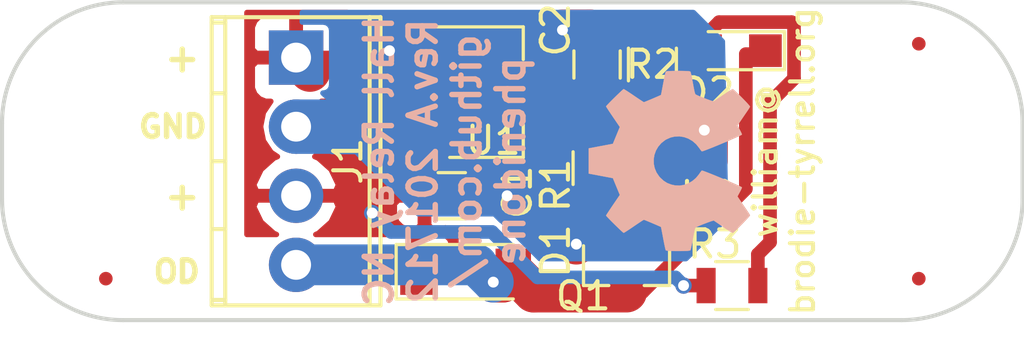
<source format=kicad_pcb>
(kicad_pcb (version 4) (host pcbnew 4.0.5-e0-6337~49~ubuntu15.04.1)

  (general
    (links 24)
    (no_connects 0)
    (area 113.711738 66.345809 153.925 93.698191)
    (thickness 1)
    (drawings 14)
    (tracks 69)
    (zones 0)
    (modules 17)
    (nets 7)
  )

  (page A4)
  (layers
    (0 F.Cu signal)
    (31 B.Cu signal)
    (32 B.Adhes user)
    (33 F.Adhes user)
    (34 B.Paste user)
    (35 F.Paste user)
    (36 B.SilkS user)
    (37 F.SilkS user)
    (38 B.Mask user)
    (39 F.Mask user)
    (40 Dwgs.User user)
    (41 Cmts.User user)
    (42 Eco1.User user)
    (43 Eco2.User user)
    (44 Edge.Cuts user)
    (45 Margin user)
    (46 B.CrtYd user)
    (47 F.CrtYd user)
    (48 B.Fab user)
    (49 F.Fab user hide)
  )

  (setup
    (last_trace_width 0.5)
    (trace_clearance 0.2)
    (zone_clearance 0.2)
    (zone_45_only no)
    (trace_min 0.2)
    (segment_width 1)
    (edge_width 0.15)
    (via_size 0.6)
    (via_drill 0.4)
    (via_min_size 0.4)
    (via_min_drill 0.3)
    (uvia_size 0.3)
    (uvia_drill 0.1)
    (uvias_allowed no)
    (uvia_min_size 0.2)
    (uvia_min_drill 0.1)
    (pcb_text_width 0.3)
    (pcb_text_size 1.5 1.5)
    (mod_edge_width 0.15)
    (mod_text_size 1 1)
    (mod_text_width 0.15)
    (pad_size 1.524 1.524)
    (pad_drill 0.762)
    (pad_to_mask_clearance 0.2)
    (aux_axis_origin 115.57 74.93)
    (grid_origin 115.57 74.93)
    (visible_elements FFFFFF7F)
    (pcbplotparams
      (layerselection 0x010f8_80000001)
      (usegerberextensions false)
      (excludeedgelayer true)
      (linewidth 0.100000)
      (plotframeref false)
      (viasonmask false)
      (mode 1)
      (useauxorigin false)
      (hpglpennumber 1)
      (hpglpenspeed 20)
      (hpglpendiameter 15)
      (hpglpenoverlay 2)
      (psnegative false)
      (psa4output false)
      (plotreference true)
      (plotvalue true)
      (plotinvisibletext false)
      (padsonsilk false)
      (subtractmaskfromsilk false)
      (outputformat 1)
      (mirror false)
      (drillshape 0)
      (scaleselection 1)
      (outputdirectory plot))
  )

  (net 0 "")
  (net 1 /12V)
  (net 2 /GND)
  (net 3 "Net-(C2-Pad1)")
  (net 4 /OD)
  (net 5 "Net-(Q1-Pad1)")
  (net 6 "Net-(D2-Pad2)")

  (net_class Default "This is the default net class."
    (clearance 0.2)
    (trace_width 0.5)
    (via_dia 0.6)
    (via_drill 0.4)
    (uvia_dia 0.3)
    (uvia_drill 0.1)
    (add_net /12V)
    (add_net "Net-(C2-Pad1)")
    (add_net "Net-(D2-Pad2)")
    (add_net "Net-(Q1-Pad1)")
  )

  (net_class PWR ""
    (clearance 0.2)
    (trace_width 1.5)
    (via_dia 0.6)
    (via_drill 0.4)
    (uvia_dia 0.3)
    (uvia_drill 0.1)
    (add_net /GND)
    (add_net /OD)
  )

  (module Resistors_SMD:R_0805 (layer F.Cu) (tedit 58E0A804) (tstamp 5A364001)
    (at 137.414 81.026 270)
    (descr "Resistor SMD 0805, reflow soldering, Vishay (see dcrcw.pdf)")
    (tags "resistor 0805")
    (path /5A362965)
    (attr smd)
    (fp_text reference R1 (at 0.635 1.524 450) (layer F.SilkS)
      (effects (font (size 1 1) (thickness 0.15)))
    )
    (fp_text value 47k (at 0 1.75 270) (layer F.Fab)
      (effects (font (size 1 1) (thickness 0.15)))
    )
    (fp_text user %R (at 0 0 270) (layer F.Fab)
      (effects (font (size 0.5 0.5) (thickness 0.075)))
    )
    (fp_line (start -1 0.62) (end -1 -0.62) (layer F.Fab) (width 0.1))
    (fp_line (start 1 0.62) (end -1 0.62) (layer F.Fab) (width 0.1))
    (fp_line (start 1 -0.62) (end 1 0.62) (layer F.Fab) (width 0.1))
    (fp_line (start -1 -0.62) (end 1 -0.62) (layer F.Fab) (width 0.1))
    (fp_line (start 0.6 0.88) (end -0.6 0.88) (layer F.SilkS) (width 0.12))
    (fp_line (start -0.6 -0.88) (end 0.6 -0.88) (layer F.SilkS) (width 0.12))
    (fp_line (start -1.55 -0.9) (end 1.55 -0.9) (layer F.CrtYd) (width 0.05))
    (fp_line (start -1.55 -0.9) (end -1.55 0.9) (layer F.CrtYd) (width 0.05))
    (fp_line (start 1.55 0.9) (end 1.55 -0.9) (layer F.CrtYd) (width 0.05))
    (fp_line (start 1.55 0.9) (end -1.55 0.9) (layer F.CrtYd) (width 0.05))
    (pad 1 smd rect (at -0.95 0 270) (size 0.7 1.3) (layers F.Cu F.Paste F.Mask)
      (net 3 "Net-(C2-Pad1)"))
    (pad 2 smd rect (at 0.95 0 270) (size 0.7 1.3) (layers F.Cu F.Paste F.Mask)
      (net 5 "Net-(Q1-Pad1)"))
    (model ${KISYS3DMOD}/Resistors_SMD.3dshapes/R_0805.wrl
      (at (xyz 0 0 0))
      (scale (xyz 1 1 1))
      (rotate (xyz 0 0 0))
    )
  )

  (module smd:FID0.5 (layer F.Cu) (tedit 56AB5D7E) (tstamp 5A3687C4)
    (at 119.38 85.09)
    (tags "fid, fiducial")
    (fp_text reference "" (at 0.5 2) (layer F.SilkS)
      (effects (font (size 1 1) (thickness 0.15)))
    )
    (fp_text value "" (at 4.5 -4) (layer F.Fab)
      (effects (font (size 1 1) (thickness 0.15)))
    )
    (pad F smd circle (at 0 0) (size 0.5 0.5) (layers F.Cu F.Mask)
      (solder_mask_margin 1) (clearance 1))
  )

  (module smd:FID0.5 (layer F.Cu) (tedit 56AB5D7E) (tstamp 5A3687BB)
    (at 149.225 85.09)
    (tags "fid, fiducial")
    (fp_text reference "" (at 0.5 2) (layer F.SilkS)
      (effects (font (size 1 1) (thickness 0.15)))
    )
    (fp_text value "" (at 4.5 -4) (layer F.Fab)
      (effects (font (size 1 1) (thickness 0.15)))
    )
    (pad F smd circle (at 0 0) (size 0.5 0.5) (layers F.Cu F.Mask)
      (solder_mask_margin 1) (clearance 1))
  )

  (module pcb:hole3mm (layer F.Cu) (tedit 59EC85B5) (tstamp 5A3682B7)
    (at 149.225 80.772)
    (fp_text reference REF** (at 0 0.5) (layer F.SilkS) hide
      (effects (font (size 1 1) (thickness 0.15)))
    )
    (fp_text value hole3mm (at 0 -2.75) (layer F.Fab) hide
      (effects (font (size 1 1) (thickness 0.15)))
    )
    (pad "" np_thru_hole circle (at 0 0) (size 3.25 3.25) (drill 3.25) (layers *.Cu *.Mask)
      (solder_mask_margin 1.9) (solder_paste_margin 1.9) (clearance 1.9))
  )

  (module Capacitors_SMD:C_0805 (layer F.Cu) (tedit 58AA8463) (tstamp 5A363F9A)
    (at 132.08 82.042)
    (descr "Capacitor SMD 0805, reflow soldering, AVX (see smccp.pdf)")
    (tags "capacitor 0805")
    (path /5A362F21)
    (attr smd)
    (fp_text reference C1 (at 2.413 -0.127 90) (layer F.SilkS)
      (effects (font (size 1 1) (thickness 0.15)))
    )
    (fp_text value 1u (at 0 1.75) (layer F.Fab)
      (effects (font (size 1 1) (thickness 0.15)))
    )
    (fp_text user %R (at 0 -1.5) (layer F.Fab)
      (effects (font (size 1 1) (thickness 0.15)))
    )
    (fp_line (start -1 0.62) (end -1 -0.62) (layer F.Fab) (width 0.1))
    (fp_line (start 1 0.62) (end -1 0.62) (layer F.Fab) (width 0.1))
    (fp_line (start 1 -0.62) (end 1 0.62) (layer F.Fab) (width 0.1))
    (fp_line (start -1 -0.62) (end 1 -0.62) (layer F.Fab) (width 0.1))
    (fp_line (start 0.5 -0.85) (end -0.5 -0.85) (layer F.SilkS) (width 0.12))
    (fp_line (start -0.5 0.85) (end 0.5 0.85) (layer F.SilkS) (width 0.12))
    (fp_line (start -1.75 -0.88) (end 1.75 -0.88) (layer F.CrtYd) (width 0.05))
    (fp_line (start -1.75 -0.88) (end -1.75 0.87) (layer F.CrtYd) (width 0.05))
    (fp_line (start 1.75 0.87) (end 1.75 -0.88) (layer F.CrtYd) (width 0.05))
    (fp_line (start 1.75 0.87) (end -1.75 0.87) (layer F.CrtYd) (width 0.05))
    (pad 1 smd rect (at -1 0) (size 1 1.25) (layers F.Cu F.Paste F.Mask)
      (net 1 /12V))
    (pad 2 smd rect (at 1 0) (size 1 1.25) (layers F.Cu F.Paste F.Mask)
      (net 2 /GND))
    (model Capacitors_SMD.3dshapes/C_0805.wrl
      (at (xyz 0 0 0))
      (scale (xyz 1 1 1))
      (rotate (xyz 0 0 0))
    )
  )

  (module Capacitors_SMD:C_0805 (layer F.Cu) (tedit 58AA8463) (tstamp 5A363FAB)
    (at 137.414 77.216 90)
    (descr "Capacitor SMD 0805, reflow soldering, AVX (see smccp.pdf)")
    (tags "capacitor 0805")
    (path /5A362DAE)
    (attr smd)
    (fp_text reference C2 (at 1.27 -1.524 270) (layer F.SilkS)
      (effects (font (size 1 1) (thickness 0.15)))
    )
    (fp_text value 1u (at 0 1.75 90) (layer F.Fab)
      (effects (font (size 1 1) (thickness 0.15)))
    )
    (fp_text user %R (at 0 -1.5 90) (layer F.Fab)
      (effects (font (size 1 1) (thickness 0.15)))
    )
    (fp_line (start -1 0.62) (end -1 -0.62) (layer F.Fab) (width 0.1))
    (fp_line (start 1 0.62) (end -1 0.62) (layer F.Fab) (width 0.1))
    (fp_line (start 1 -0.62) (end 1 0.62) (layer F.Fab) (width 0.1))
    (fp_line (start -1 -0.62) (end 1 -0.62) (layer F.Fab) (width 0.1))
    (fp_line (start 0.5 -0.85) (end -0.5 -0.85) (layer F.SilkS) (width 0.12))
    (fp_line (start -0.5 0.85) (end 0.5 0.85) (layer F.SilkS) (width 0.12))
    (fp_line (start -1.75 -0.88) (end 1.75 -0.88) (layer F.CrtYd) (width 0.05))
    (fp_line (start -1.75 -0.88) (end -1.75 0.87) (layer F.CrtYd) (width 0.05))
    (fp_line (start 1.75 0.87) (end 1.75 -0.88) (layer F.CrtYd) (width 0.05))
    (fp_line (start 1.75 0.87) (end -1.75 0.87) (layer F.CrtYd) (width 0.05))
    (pad 1 smd rect (at -1 0 90) (size 1 1.25) (layers F.Cu F.Paste F.Mask)
      (net 3 "Net-(C2-Pad1)"))
    (pad 2 smd rect (at 1 0 90) (size 1 1.25) (layers F.Cu F.Paste F.Mask)
      (net 2 /GND))
    (model Capacitors_SMD.3dshapes/C_0805.wrl
      (at (xyz 0 0 0))
      (scale (xyz 1 1 1))
      (rotate (xyz 0 0 0))
    )
  )

  (module Terminals_Phoenix:TerminalBlock_Phoenix_MPT-2.54mm_4pol (layer F.Cu) (tedit 59FF0755) (tstamp 5A363FDB)
    (at 126.365 76.962 270)
    (descr "4-way 2.54mm pitch terminal block, Phoenix MPT series")
    (path /5A36274C)
    (fp_text reference J1 (at 3.81 -1.905 270) (layer F.SilkS)
      (effects (font (size 1 1) (thickness 0.15)))
    )
    (fp_text value Screw_Terminal_1x04 (at 3.81 4.50088 360) (layer F.Fab)
      (effects (font (size 1 1) (thickness 0.15)))
    )
    (fp_text user %R (at 3.81 0 540) (layer F.Fab)
      (effects (font (size 1 1) (thickness 0.15)))
    )
    (fp_line (start -1.78 -3.3) (end 9.4 -3.3) (layer F.CrtYd) (width 0.05))
    (fp_line (start -1.78 3.3) (end -1.78 -3.3) (layer F.CrtYd) (width 0.05))
    (fp_line (start 9.4 3.3) (end -1.78 3.3) (layer F.CrtYd) (width 0.05))
    (fp_line (start 9.4 -3.3) (end 9.4 3.3) (layer F.CrtYd) (width 0.05))
    (fp_line (start 9.11098 -3.0988) (end -1.49098 -3.0988) (layer F.SilkS) (width 0.15))
    (fp_line (start -1.49098 -2.70002) (end 9.11098 -2.70002) (layer F.SilkS) (width 0.15))
    (fp_line (start -1.49098 2.60096) (end 9.11098 2.60096) (layer F.SilkS) (width 0.15))
    (fp_line (start 9.11098 3.0988) (end -1.49098 3.0988) (layer F.SilkS) (width 0.15))
    (fp_line (start 6.30682 2.60096) (end 6.30682 3.0988) (layer F.SilkS) (width 0.15))
    (fp_line (start 3.81 2.60096) (end 3.81 3.0988) (layer F.SilkS) (width 0.15))
    (fp_line (start -1.28778 3.0988) (end -1.28778 2.60096) (layer F.SilkS) (width 0.15))
    (fp_line (start 8.91032 2.60096) (end 8.91032 3.0988) (layer F.SilkS) (width 0.15))
    (fp_line (start 1.31318 3.0988) (end 1.31318 2.60096) (layer F.SilkS) (width 0.15))
    (fp_line (start 9.10844 3.0988) (end 9.10844 -3.0988) (layer F.SilkS) (width 0.15))
    (fp_line (start -1.4859 -3.0988) (end -1.4859 3.0988) (layer F.SilkS) (width 0.15))
    (pad 4 thru_hole oval (at 7.62 0 90) (size 1.99898 1.99898) (drill 1.09728) (layers *.Cu *.Mask)
      (net 4 /OD))
    (pad 1 thru_hole rect (at 0 0 90) (size 1.99898 1.99898) (drill 1.09728) (layers *.Cu *.Mask)
      (net 1 /12V))
    (pad 2 thru_hole oval (at 2.54 0 90) (size 1.99898 1.99898) (drill 1.09728) (layers *.Cu *.Mask)
      (net 2 /GND))
    (pad 3 thru_hole oval (at 5.08 0 90) (size 1.99898 1.99898) (drill 1.09728) (layers *.Cu *.Mask)
      (net 1 /12V))
    (model ${KISYS3DMOD}/TerminalBlock_Phoenix.3dshapes/TerminalBlock_Phoenix_MPT-2.54mm_4pol.wrl
      (at (xyz 0.15 0 0))
      (scale (xyz 1 1 1))
      (rotate (xyz 0 0 0))
    )
  )

  (module TO_SOT_Packages_SMD:SOT-23 (layer F.Cu) (tedit 58CE4E7E) (tstamp 5A363FF0)
    (at 138.496 84.582 270)
    (descr "SOT-23, Standard")
    (tags SOT-23)
    (path /5A364DBD)
    (attr smd)
    (fp_text reference Q1 (at 1.143 1.59 360) (layer F.SilkS)
      (effects (font (size 1 1) (thickness 0.15)))
    )
    (fp_text value AO3400 (at 0 2.5 270) (layer F.Fab)
      (effects (font (size 1 1) (thickness 0.15)))
    )
    (fp_text user %R (at 0 0 360) (layer F.Fab)
      (effects (font (size 0.5 0.5) (thickness 0.075)))
    )
    (fp_line (start -0.7 -0.95) (end -0.7 1.5) (layer F.Fab) (width 0.1))
    (fp_line (start -0.15 -1.52) (end 0.7 -1.52) (layer F.Fab) (width 0.1))
    (fp_line (start -0.7 -0.95) (end -0.15 -1.52) (layer F.Fab) (width 0.1))
    (fp_line (start 0.7 -1.52) (end 0.7 1.52) (layer F.Fab) (width 0.1))
    (fp_line (start -0.7 1.52) (end 0.7 1.52) (layer F.Fab) (width 0.1))
    (fp_line (start 0.76 1.58) (end 0.76 0.65) (layer F.SilkS) (width 0.12))
    (fp_line (start 0.76 -1.58) (end 0.76 -0.65) (layer F.SilkS) (width 0.12))
    (fp_line (start -1.7 -1.75) (end 1.7 -1.75) (layer F.CrtYd) (width 0.05))
    (fp_line (start 1.7 -1.75) (end 1.7 1.75) (layer F.CrtYd) (width 0.05))
    (fp_line (start 1.7 1.75) (end -1.7 1.75) (layer F.CrtYd) (width 0.05))
    (fp_line (start -1.7 1.75) (end -1.7 -1.75) (layer F.CrtYd) (width 0.05))
    (fp_line (start 0.76 -1.58) (end -1.4 -1.58) (layer F.SilkS) (width 0.12))
    (fp_line (start 0.76 1.58) (end -0.7 1.58) (layer F.SilkS) (width 0.12))
    (pad 1 smd rect (at -1 -0.95 270) (size 0.9 0.8) (layers F.Cu F.Paste F.Mask)
      (net 5 "Net-(Q1-Pad1)"))
    (pad 2 smd rect (at -1 0.95 270) (size 0.9 0.8) (layers F.Cu F.Paste F.Mask)
      (net 2 /GND))
    (pad 3 smd rect (at 1 0 270) (size 0.9 0.8) (layers F.Cu F.Paste F.Mask)
      (net 4 /OD))
    (model ${KISYS3DMOD}/TO_SOT_Packages_SMD.3dshapes/SOT-23.wrl
      (at (xyz 0 0 0))
      (scale (xyz 1 1 1))
      (rotate (xyz 0 0 0))
    )
  )

  (module TO_SOT_Packages_SMD:SOT-89-3 (layer F.Cu) (tedit 591F0203) (tstamp 5A36407D)
    (at 132.925 78.232)
    (descr SOT-89-3)
    (tags SOT-89-3)
    (path /5A362D13)
    (attr smd)
    (fp_text reference U1 (at 0.679 1.778 180) (layer F.SilkS)
      (effects (font (size 1 1) (thickness 0.15)))
    )
    (fp_text value HT71xx (at 0.45 3.25) (layer F.Fab)
      (effects (font (size 1 1) (thickness 0.15)))
    )
    (fp_text user %R (at 0.38 0 90) (layer F.Fab)
      (effects (font (size 0.6 0.6) (thickness 0.09)))
    )
    (fp_line (start 1.78 1.2) (end 1.78 2.4) (layer F.SilkS) (width 0.12))
    (fp_line (start 1.78 2.4) (end -0.92 2.4) (layer F.SilkS) (width 0.12))
    (fp_line (start -2.22 -2.4) (end 1.78 -2.4) (layer F.SilkS) (width 0.12))
    (fp_line (start 1.78 -2.4) (end 1.78 -1.2) (layer F.SilkS) (width 0.12))
    (fp_line (start -0.92 -1.51) (end -0.13 -2.3) (layer F.Fab) (width 0.1))
    (fp_line (start 1.68 -2.3) (end 1.68 2.3) (layer F.Fab) (width 0.1))
    (fp_line (start 1.68 2.3) (end -0.92 2.3) (layer F.Fab) (width 0.1))
    (fp_line (start -0.92 2.3) (end -0.92 -1.51) (layer F.Fab) (width 0.1))
    (fp_line (start -0.13 -2.3) (end 1.68 -2.3) (layer F.Fab) (width 0.1))
    (fp_line (start 3.23 -2.55) (end 3.23 2.55) (layer F.CrtYd) (width 0.05))
    (fp_line (start 3.23 -2.55) (end -2.48 -2.55) (layer F.CrtYd) (width 0.05))
    (fp_line (start -2.48 2.55) (end 3.23 2.55) (layer F.CrtYd) (width 0.05))
    (fp_line (start -2.48 2.55) (end -2.48 -2.55) (layer F.CrtYd) (width 0.05))
    (pad 2 smd trapezoid (at 2.667 0 270) (size 1.6 0.85) (rect_delta 0 0.6 ) (layers F.Cu F.Paste F.Mask)
      (net 1 /12V))
    (pad 1 smd rect (at -1.48 -1.5 270) (size 1 1.5) (layers F.Cu F.Paste F.Mask)
      (net 2 /GND))
    (pad 2 smd rect (at -1.3335 0 270) (size 1 1.8) (layers F.Cu F.Paste F.Mask)
      (net 1 /12V))
    (pad 3 smd rect (at -1.48 1.5 270) (size 1 1.5) (layers F.Cu F.Paste F.Mask)
      (net 3 "Net-(C2-Pad1)"))
    (pad 2 smd rect (at 1.3335 0 270) (size 2.2 1.84) (layers F.Cu F.Paste F.Mask)
      (net 1 /12V))
    (pad 2 smd trapezoid (at -0.0762 0 90) (size 1.5 1) (rect_delta 0 0.7 ) (layers F.Cu F.Paste F.Mask)
      (net 1 /12V))
    (model ${KISYS3DMOD}/TO_SOT_Packages_SMD.3dshapes/SOT-89-3.wrl
      (at (xyz 0 0 0))
      (scale (xyz 1 1 1))
      (rotate (xyz 0 0 0))
    )
  )

  (module TO_SOT_Packages_SMD:SOT-23 (layer F.Cu) (tedit 58CE4E7E) (tstamp 5A364092)
    (at 140.462 80.772)
    (descr "SOT-23, Standard")
    (tags SOT-23)
    (path /5A363EE7)
    (attr smd)
    (fp_text reference U2 (at 1.016 1.27) (layer F.SilkS)
      (effects (font (size 1 1) (thickness 0.15)))
    )
    (fp_text value Hall-A3212 (at 0 2.5) (layer F.Fab)
      (effects (font (size 1 1) (thickness 0.15)))
    )
    (fp_text user %R (at 0 0 90) (layer F.Fab)
      (effects (font (size 0.5 0.5) (thickness 0.075)))
    )
    (fp_line (start -0.7 -0.95) (end -0.7 1.5) (layer F.Fab) (width 0.1))
    (fp_line (start -0.15 -1.52) (end 0.7 -1.52) (layer F.Fab) (width 0.1))
    (fp_line (start -0.7 -0.95) (end -0.15 -1.52) (layer F.Fab) (width 0.1))
    (fp_line (start 0.7 -1.52) (end 0.7 1.52) (layer F.Fab) (width 0.1))
    (fp_line (start -0.7 1.52) (end 0.7 1.52) (layer F.Fab) (width 0.1))
    (fp_line (start 0.76 1.58) (end 0.76 0.65) (layer F.SilkS) (width 0.12))
    (fp_line (start 0.76 -1.58) (end 0.76 -0.65) (layer F.SilkS) (width 0.12))
    (fp_line (start -1.7 -1.75) (end 1.7 -1.75) (layer F.CrtYd) (width 0.05))
    (fp_line (start 1.7 -1.75) (end 1.7 1.75) (layer F.CrtYd) (width 0.05))
    (fp_line (start 1.7 1.75) (end -1.7 1.75) (layer F.CrtYd) (width 0.05))
    (fp_line (start -1.7 1.75) (end -1.7 -1.75) (layer F.CrtYd) (width 0.05))
    (fp_line (start 0.76 -1.58) (end -1.4 -1.58) (layer F.SilkS) (width 0.12))
    (fp_line (start 0.76 1.58) (end -0.7 1.58) (layer F.SilkS) (width 0.12))
    (pad 1 smd rect (at -1 -0.95) (size 0.9 0.8) (layers F.Cu F.Paste F.Mask)
      (net 3 "Net-(C2-Pad1)"))
    (pad 2 smd rect (at -1 0.95) (size 0.9 0.8) (layers F.Cu F.Paste F.Mask)
      (net 5 "Net-(Q1-Pad1)"))
    (pad 3 smd rect (at 1 0) (size 0.9 0.8) (layers F.Cu F.Paste F.Mask)
      (net 2 /GND))
    (model ${KISYS3DMOD}/TO_SOT_Packages_SMD.3dshapes/SOT-23.wrl
      (at (xyz 0 0 0))
      (scale (xyz 1 1 1))
      (rotate (xyz 0 0 0))
    )
  )

  (module pcb:hole3mm (layer F.Cu) (tedit 59EC85B5) (tstamp 5A368112)
    (at 119.38 80.772)
    (fp_text reference REF** (at 0 0.5) (layer F.SilkS) hide
      (effects (font (size 1 1) (thickness 0.15)))
    )
    (fp_text value hole3mm (at 0 -2.75) (layer F.Fab) hide
      (effects (font (size 1 1) (thickness 0.15)))
    )
    (pad "" np_thru_hole circle (at 0 0) (size 3.25 3.25) (drill 3.25) (layers *.Cu *.Mask)
      (solder_mask_margin 1.9) (solder_paste_margin 1.9) (clearance 1.9))
  )

  (module smd:FID0.5 (layer F.Cu) (tedit 56AB5D7E) (tstamp 5A3687B9)
    (at 149.225 76.454)
    (tags "fid, fiducial")
    (fp_text reference "" (at 0.5 2) (layer F.SilkS)
      (effects (font (size 1 1) (thickness 0.15)))
    )
    (fp_text value "" (at 4.5 -4) (layer F.Fab)
      (effects (font (size 1 1) (thickness 0.15)))
    )
    (pad F smd circle (at 0 0) (size 0.5 0.5) (layers F.Cu F.Mask)
      (solder_mask_margin 1) (clearance 1))
  )

  (module Diodes_SMD:D_MiniMELF (layer F.Cu) (tedit 5905D8F5) (tstamp 5A3689F2)
    (at 132.588 84.836)
    (descr "Diode Mini-MELF")
    (tags "Diode Mini-MELF")
    (path /5A363103)
    (attr smd)
    (fp_text reference D1 (at 3.302 -0.762 270) (layer F.SilkS)
      (effects (font (size 1 1) (thickness 0.15)))
    )
    (fp_text value LL4148 (at 0 1.75) (layer F.Fab)
      (effects (font (size 1 1) (thickness 0.15)))
    )
    (fp_text user %R (at 0 -2) (layer F.Fab)
      (effects (font (size 1 1) (thickness 0.15)))
    )
    (fp_line (start 1.75 -1) (end -2.55 -1) (layer F.SilkS) (width 0.12))
    (fp_line (start -2.55 -1) (end -2.55 1) (layer F.SilkS) (width 0.12))
    (fp_line (start -2.55 1) (end 1.75 1) (layer F.SilkS) (width 0.12))
    (fp_line (start 1.65 -0.8) (end 1.65 0.8) (layer F.Fab) (width 0.1))
    (fp_line (start 1.65 0.8) (end -1.65 0.8) (layer F.Fab) (width 0.1))
    (fp_line (start -1.65 0.8) (end -1.65 -0.8) (layer F.Fab) (width 0.1))
    (fp_line (start -1.65 -0.8) (end 1.65 -0.8) (layer F.Fab) (width 0.1))
    (fp_line (start 0.25 0) (end 0.75 0) (layer F.Fab) (width 0.1))
    (fp_line (start 0.25 0.4) (end -0.35 0) (layer F.Fab) (width 0.1))
    (fp_line (start 0.25 -0.4) (end 0.25 0.4) (layer F.Fab) (width 0.1))
    (fp_line (start -0.35 0) (end 0.25 -0.4) (layer F.Fab) (width 0.1))
    (fp_line (start -0.35 0) (end -0.35 0.55) (layer F.Fab) (width 0.1))
    (fp_line (start -0.35 0) (end -0.35 -0.55) (layer F.Fab) (width 0.1))
    (fp_line (start -0.75 0) (end -0.35 0) (layer F.Fab) (width 0.1))
    (fp_line (start -2.65 -1.1) (end 2.65 -1.1) (layer F.CrtYd) (width 0.05))
    (fp_line (start 2.65 -1.1) (end 2.65 1.1) (layer F.CrtYd) (width 0.05))
    (fp_line (start 2.65 1.1) (end -2.65 1.1) (layer F.CrtYd) (width 0.05))
    (fp_line (start -2.65 1.1) (end -2.65 -1.1) (layer F.CrtYd) (width 0.05))
    (pad 1 smd rect (at -1.75 0) (size 1.3 1.7) (layers F.Cu F.Paste F.Mask)
      (net 1 /12V))
    (pad 2 smd rect (at 1.75 0) (size 1.3 1.7) (layers F.Cu F.Paste F.Mask)
      (net 4 /OD))
    (model ${KISYS3DMOD}/Diodes_SMD.3dshapes/D_MiniMELF.wrl
      (at (xyz 0 0 0))
      (scale (xyz 1 1 1))
      (rotate (xyz 0 0 0))
    )
  )

  (module pcb:OSHW-Symbol_6.7x6mm_BackSilkScreen (layer F.Cu) (tedit 0) (tstamp 5A36AB9A)
    (at 140.081 80.772 90)
    (descr "Open Source Hardware Symbol")
    (tags "Logo Symbol OSHW")
    (attr virtual)
    (fp_text reference REF*** (at 0 0 90) (layer F.SilkS) hide
      (effects (font (size 1 1) (thickness 0.15)))
    )
    (fp_text value OSHW-Symbol_6.7x6mm_SilkScreen (at 0.75 0 90) (layer F.Fab) hide
      (effects (font (size 1 1) (thickness 0.15)))
    )
    (fp_poly (pts (xy 0.555814 -2.531069) (xy 0.639635 -2.086445) (xy 0.94892 -1.958947) (xy 1.258206 -1.831449)
      (xy 1.629246 -2.083754) (xy 1.733157 -2.154004) (xy 1.827087 -2.216728) (xy 1.906652 -2.269062)
      (xy 1.96747 -2.308143) (xy 2.005157 -2.331107) (xy 2.015421 -2.336058) (xy 2.03391 -2.323324)
      (xy 2.07342 -2.288118) (xy 2.129522 -2.234938) (xy 2.197787 -2.168282) (xy 2.273786 -2.092646)
      (xy 2.353092 -2.012528) (xy 2.431275 -1.932426) (xy 2.503907 -1.856836) (xy 2.566559 -1.790255)
      (xy 2.614803 -1.737182) (xy 2.64421 -1.702113) (xy 2.651241 -1.690377) (xy 2.641123 -1.66874)
      (xy 2.612759 -1.621338) (xy 2.569129 -1.552807) (xy 2.513218 -1.467785) (xy 2.448006 -1.370907)
      (xy 2.410219 -1.31565) (xy 2.341343 -1.214752) (xy 2.28014 -1.123701) (xy 2.229578 -1.04703)
      (xy 2.192628 -0.989272) (xy 2.172258 -0.954957) (xy 2.169197 -0.947746) (xy 2.176136 -0.927252)
      (xy 2.195051 -0.879487) (xy 2.223087 -0.811168) (xy 2.257391 -0.729011) (xy 2.295109 -0.63973)
      (xy 2.333387 -0.550042) (xy 2.36937 -0.466662) (xy 2.400206 -0.396306) (xy 2.423039 -0.34569)
      (xy 2.435017 -0.321529) (xy 2.435724 -0.320578) (xy 2.454531 -0.315964) (xy 2.504618 -0.305672)
      (xy 2.580793 -0.290713) (xy 2.677865 -0.272099) (xy 2.790643 -0.250841) (xy 2.856442 -0.238582)
      (xy 2.97695 -0.215638) (xy 3.085797 -0.193805) (xy 3.177476 -0.174278) (xy 3.246481 -0.158252)
      (xy 3.287304 -0.146921) (xy 3.295511 -0.143326) (xy 3.303548 -0.118994) (xy 3.310033 -0.064041)
      (xy 3.31497 0.015108) (xy 3.318364 0.112026) (xy 3.320218 0.220287) (xy 3.320538 0.333465)
      (xy 3.319327 0.445135) (xy 3.31659 0.548868) (xy 3.312331 0.638241) (xy 3.306555 0.706826)
      (xy 3.299267 0.748197) (xy 3.294895 0.75681) (xy 3.268764 0.767133) (xy 3.213393 0.781892)
      (xy 3.136107 0.799352) (xy 3.04423 0.81778) (xy 3.012158 0.823741) (xy 2.857524 0.852066)
      (xy 2.735375 0.874876) (xy 2.641673 0.89308) (xy 2.572384 0.907583) (xy 2.523471 0.919292)
      (xy 2.490897 0.929115) (xy 2.470628 0.937956) (xy 2.458626 0.946724) (xy 2.456947 0.948457)
      (xy 2.440184 0.976371) (xy 2.414614 1.030695) (xy 2.382788 1.104777) (xy 2.34726 1.191965)
      (xy 2.310583 1.285608) (xy 2.275311 1.379052) (xy 2.243996 1.465647) (xy 2.219193 1.53874)
      (xy 2.203454 1.591678) (xy 2.199332 1.617811) (xy 2.199676 1.618726) (xy 2.213641 1.640086)
      (xy 2.245322 1.687084) (xy 2.291391 1.754827) (xy 2.348518 1.838423) (xy 2.413373 1.932982)
      (xy 2.431843 1.959854) (xy 2.497699 2.057275) (xy 2.55565 2.146163) (xy 2.602538 2.221412)
      (xy 2.635207 2.27792) (xy 2.6505 2.310581) (xy 2.651241 2.314593) (xy 2.638392 2.335684)
      (xy 2.602888 2.377464) (xy 2.549293 2.435445) (xy 2.482171 2.505135) (xy 2.406087 2.582045)
      (xy 2.325604 2.661683) (xy 2.245287 2.739561) (xy 2.169699 2.811186) (xy 2.103405 2.87207)
      (xy 2.050969 2.917721) (xy 2.016955 2.94365) (xy 2.007545 2.947883) (xy 1.985643 2.937912)
      (xy 1.9408 2.91102) (xy 1.880321 2.871736) (xy 1.833789 2.840117) (xy 1.749475 2.782098)
      (xy 1.649626 2.713784) (xy 1.549473 2.645579) (xy 1.495627 2.609075) (xy 1.313371 2.4858)
      (xy 1.160381 2.56852) (xy 1.090682 2.604759) (xy 1.031414 2.632926) (xy 0.991311 2.648991)
      (xy 0.981103 2.651226) (xy 0.968829 2.634722) (xy 0.944613 2.588082) (xy 0.910263 2.515609)
      (xy 0.867588 2.421606) (xy 0.818394 2.310374) (xy 0.76449 2.186215) (xy 0.707684 2.053432)
      (xy 0.649782 1.916327) (xy 0.592593 1.779202) (xy 0.537924 1.646358) (xy 0.487584 1.522098)
      (xy 0.44338 1.410725) (xy 0.407119 1.316539) (xy 0.380609 1.243844) (xy 0.365658 1.196941)
      (xy 0.363254 1.180833) (xy 0.382311 1.160286) (xy 0.424036 1.126933) (xy 0.479706 1.087702)
      (xy 0.484378 1.084599) (xy 0.628264 0.969423) (xy 0.744283 0.835053) (xy 0.83143 0.685784)
      (xy 0.888699 0.525913) (xy 0.915086 0.359737) (xy 0.909585 0.191552) (xy 0.87119 0.025655)
      (xy 0.798895 -0.133658) (xy 0.777626 -0.168513) (xy 0.666996 -0.309263) (xy 0.536302 -0.422286)
      (xy 0.390064 -0.506997) (xy 0.232808 -0.562806) (xy 0.069057 -0.589126) (xy -0.096667 -0.58537)
      (xy -0.259838 -0.55095) (xy -0.415935 -0.485277) (xy -0.560433 -0.387765) (xy -0.605131 -0.348187)
      (xy -0.718888 -0.224297) (xy -0.801782 -0.093876) (xy -0.858644 0.052315) (xy -0.890313 0.197088)
      (xy -0.898131 0.35986) (xy -0.872062 0.52344) (xy -0.814755 0.682298) (xy -0.728856 0.830906)
      (xy -0.617014 0.963735) (xy -0.481877 1.075256) (xy -0.464117 1.087011) (xy -0.40785 1.125508)
      (xy -0.365077 1.158863) (xy -0.344628 1.18016) (xy -0.344331 1.180833) (xy -0.348721 1.203871)
      (xy -0.366124 1.256157) (xy -0.394732 1.33339) (xy -0.432735 1.431268) (xy -0.478326 1.545491)
      (xy -0.529697 1.671758) (xy -0.585038 1.805767) (xy -0.642542 1.943218) (xy -0.700399 2.079808)
      (xy -0.756802 2.211237) (xy -0.809942 2.333205) (xy -0.85801 2.441409) (xy -0.899199 2.531549)
      (xy -0.931699 2.599323) (xy -0.953703 2.64043) (xy -0.962564 2.651226) (xy -0.98964 2.642819)
      (xy -1.040303 2.620272) (xy -1.105817 2.587613) (xy -1.141841 2.56852) (xy -1.294832 2.4858)
      (xy -1.477088 2.609075) (xy -1.570125 2.672228) (xy -1.671985 2.741727) (xy -1.767438 2.807165)
      (xy -1.81525 2.840117) (xy -1.882495 2.885273) (xy -1.939436 2.921057) (xy -1.978646 2.942938)
      (xy -1.991381 2.947563) (xy -2.009917 2.935085) (xy -2.050941 2.900252) (xy -2.110475 2.846678)
      (xy -2.184542 2.777983) (xy -2.269165 2.697781) (xy -2.322685 2.646286) (xy -2.416319 2.554286)
      (xy -2.497241 2.471999) (xy -2.562177 2.402945) (xy -2.607858 2.350644) (xy -2.631011 2.318616)
      (xy -2.633232 2.312116) (xy -2.622924 2.287394) (xy -2.594439 2.237405) (xy -2.550937 2.167212)
      (xy -2.495577 2.081875) (xy -2.43152 1.986456) (xy -2.413303 1.959854) (xy -2.346927 1.863167)
      (xy -2.287378 1.776117) (xy -2.237984 1.703595) (xy -2.202075 1.650493) (xy -2.182981 1.621703)
      (xy -2.181136 1.618726) (xy -2.183895 1.595782) (xy -2.198538 1.545336) (xy -2.222513 1.474041)
      (xy -2.253266 1.388547) (xy -2.288244 1.295507) (xy -2.324893 1.201574) (xy -2.360661 1.113399)
      (xy -2.392994 1.037634) (xy -2.419338 0.980931) (xy -2.437142 0.949943) (xy -2.438407 0.948457)
      (xy -2.449294 0.939601) (xy -2.467682 0.930843) (xy -2.497606 0.921277) (xy -2.543103 0.909996)
      (xy -2.608209 0.896093) (xy -2.696961 0.878663) (xy -2.813393 0.856798) (xy -2.961542 0.829591)
      (xy -2.993618 0.823741) (xy -3.088686 0.805374) (xy -3.171565 0.787405) (xy -3.23493 0.771569)
      (xy -3.271458 0.7596) (xy -3.276356 0.75681) (xy -3.284427 0.732072) (xy -3.290987 0.67679)
      (xy -3.296033 0.597389) (xy -3.299559 0.500296) (xy -3.301561 0.391938) (xy -3.302036 0.27874)
      (xy -3.300977 0.167128) (xy -3.298382 0.063529) (xy -3.294246 -0.025632) (xy -3.288563 -0.093928)
      (xy -3.281331 -0.134934) (xy -3.276971 -0.143326) (xy -3.252698 -0.151792) (xy -3.197426 -0.165565)
      (xy -3.116662 -0.18345) (xy -3.015912 -0.204252) (xy -2.900683 -0.226777) (xy -2.837902 -0.238582)
      (xy -2.718787 -0.260849) (xy -2.612565 -0.281021) (xy -2.524427 -0.298085) (xy -2.459566 -0.311031)
      (xy -2.423174 -0.318845) (xy -2.417184 -0.320578) (xy -2.407061 -0.34011) (xy -2.385662 -0.387157)
      (xy -2.355839 -0.454997) (xy -2.320445 -0.536909) (xy -2.282332 -0.626172) (xy -2.244353 -0.716065)
      (xy -2.20936 -0.799865) (xy -2.180206 -0.870853) (xy -2.159743 -0.922306) (xy -2.150823 -0.947503)
      (xy -2.150657 -0.948604) (xy -2.160769 -0.968481) (xy -2.189117 -1.014223) (xy -2.232723 -1.081283)
      (xy -2.288606 -1.165116) (xy -2.353787 -1.261174) (xy -2.391679 -1.31635) (xy -2.460725 -1.417519)
      (xy -2.52205 -1.50937) (xy -2.572663 -1.587256) (xy -2.609571 -1.646531) (xy -2.629782 -1.682549)
      (xy -2.632701 -1.690623) (xy -2.620153 -1.709416) (xy -2.585463 -1.749543) (xy -2.533063 -1.806507)
      (xy -2.467384 -1.875815) (xy -2.392856 -1.952969) (xy -2.313913 -2.033475) (xy -2.234983 -2.112837)
      (xy -2.1605 -2.18656) (xy -2.094894 -2.250148) (xy -2.042596 -2.299106) (xy -2.008039 -2.328939)
      (xy -1.996478 -2.336058) (xy -1.977654 -2.326047) (xy -1.932631 -2.297922) (xy -1.865787 -2.254546)
      (xy -1.781499 -2.198782) (xy -1.684144 -2.133494) (xy -1.610707 -2.083754) (xy -1.239667 -1.831449)
      (xy -0.621095 -2.086445) (xy -0.537275 -2.531069) (xy -0.453454 -2.975693) (xy 0.471994 -2.975693)
      (xy 0.555814 -2.531069)) (layer B.SilkS) (width 0.01))
  )

  (module LEDs:LED_0805 (layer F.Cu) (tedit 59959803) (tstamp 5A36AC69)
    (at 142.494 76.708 180)
    (descr "LED 0805 smd package")
    (tags "LED led 0805 SMD smd SMT smt smdled SMDLED smtled SMTLED")
    (path /5A366503)
    (attr smd)
    (fp_text reference D2 (at 1.016 -1.524 180) (layer F.SilkS)
      (effects (font (size 1 1) (thickness 0.15)))
    )
    (fp_text value LED (at 0 1.55 180) (layer F.Fab)
      (effects (font (size 1 1) (thickness 0.15)))
    )
    (fp_line (start -1.8 -0.7) (end -1.8 0.7) (layer F.SilkS) (width 0.12))
    (fp_line (start -0.4 -0.4) (end -0.4 0.4) (layer F.Fab) (width 0.1))
    (fp_line (start -0.4 0) (end 0.2 -0.4) (layer F.Fab) (width 0.1))
    (fp_line (start 0.2 0.4) (end -0.4 0) (layer F.Fab) (width 0.1))
    (fp_line (start 0.2 -0.4) (end 0.2 0.4) (layer F.Fab) (width 0.1))
    (fp_line (start 1 0.6) (end -1 0.6) (layer F.Fab) (width 0.1))
    (fp_line (start 1 -0.6) (end 1 0.6) (layer F.Fab) (width 0.1))
    (fp_line (start -1 -0.6) (end 1 -0.6) (layer F.Fab) (width 0.1))
    (fp_line (start -1 0.6) (end -1 -0.6) (layer F.Fab) (width 0.1))
    (fp_line (start -1.8 0.7) (end 1 0.7) (layer F.SilkS) (width 0.12))
    (fp_line (start -1.8 -0.7) (end 1 -0.7) (layer F.SilkS) (width 0.12))
    (fp_line (start 1.95 -0.85) (end 1.95 0.85) (layer F.CrtYd) (width 0.05))
    (fp_line (start 1.95 0.85) (end -1.95 0.85) (layer F.CrtYd) (width 0.05))
    (fp_line (start -1.95 0.85) (end -1.95 -0.85) (layer F.CrtYd) (width 0.05))
    (fp_line (start -1.95 -0.85) (end 1.95 -0.85) (layer F.CrtYd) (width 0.05))
    (fp_text user %R (at 0 -1.25 180) (layer F.Fab)
      (effects (font (size 0.4 0.4) (thickness 0.1)))
    )
    (pad 2 smd rect (at 1.1 0) (size 1.2 1.2) (layers F.Cu F.Paste F.Mask)
      (net 6 "Net-(D2-Pad2)"))
    (pad 1 smd rect (at -1.1 0) (size 1.2 1.2) (layers F.Cu F.Paste F.Mask)
      (net 4 /OD))
    (model ${KISYS3DMOD}/LEDs.3dshapes/LED_0805.wrl
      (at (xyz 0 0 0))
      (scale (xyz 1 1 1))
      (rotate (xyz 0 0 180))
    )
  )

  (module Resistors_SMD:R_0805 (layer F.Cu) (tedit 58E0A804) (tstamp 5A36AC7A)
    (at 139.446 77.216 270)
    (descr "Resistor SMD 0805, reflow soldering, Vishay (see dcrcw.pdf)")
    (tags "resistor 0805")
    (path /5A36658B)
    (attr smd)
    (fp_text reference R2 (at 0 0 360) (layer F.SilkS)
      (effects (font (size 1 1) (thickness 0.15)))
    )
    (fp_text value 1k (at 0 1.75 270) (layer F.Fab)
      (effects (font (size 1 1) (thickness 0.15)))
    )
    (fp_text user %R (at 0 0 270) (layer F.Fab)
      (effects (font (size 0.5 0.5) (thickness 0.075)))
    )
    (fp_line (start -1 0.62) (end -1 -0.62) (layer F.Fab) (width 0.1))
    (fp_line (start 1 0.62) (end -1 0.62) (layer F.Fab) (width 0.1))
    (fp_line (start 1 -0.62) (end 1 0.62) (layer F.Fab) (width 0.1))
    (fp_line (start -1 -0.62) (end 1 -0.62) (layer F.Fab) (width 0.1))
    (fp_line (start 0.6 0.88) (end -0.6 0.88) (layer F.SilkS) (width 0.12))
    (fp_line (start -0.6 -0.88) (end 0.6 -0.88) (layer F.SilkS) (width 0.12))
    (fp_line (start -1.55 -0.9) (end 1.55 -0.9) (layer F.CrtYd) (width 0.05))
    (fp_line (start -1.55 -0.9) (end -1.55 0.9) (layer F.CrtYd) (width 0.05))
    (fp_line (start 1.55 0.9) (end 1.55 -0.9) (layer F.CrtYd) (width 0.05))
    (fp_line (start 1.55 0.9) (end -1.55 0.9) (layer F.CrtYd) (width 0.05))
    (pad 1 smd rect (at -0.95 0 270) (size 0.7 1.3) (layers F.Cu F.Paste F.Mask)
      (net 6 "Net-(D2-Pad2)"))
    (pad 2 smd rect (at 0.95 0 270) (size 0.7 1.3) (layers F.Cu F.Paste F.Mask)
      (net 3 "Net-(C2-Pad1)"))
    (model ${KISYS3DMOD}/Resistors_SMD.3dshapes/R_0805.wrl
      (at (xyz 0 0 0))
      (scale (xyz 1 1 1))
      (rotate (xyz 0 0 0))
    )
  )

  (module Resistors_SMD:R_0805 (layer F.Cu) (tedit 58E0A804) (tstamp 5A378269)
    (at 142.367 85.344 180)
    (descr "Resistor SMD 0805, reflow soldering, Vishay (see dcrcw.pdf)")
    (tags "resistor 0805")
    (path /5A37822D)
    (attr smd)
    (fp_text reference R3 (at 0.635 1.524 180) (layer F.SilkS)
      (effects (font (size 1 1) (thickness 0.15)))
    )
    (fp_text value 12k (at 0 1.75 180) (layer F.Fab)
      (effects (font (size 1 1) (thickness 0.15)))
    )
    (fp_text user %R (at 0 0 180) (layer F.Fab)
      (effects (font (size 0.5 0.5) (thickness 0.075)))
    )
    (fp_line (start -1 0.62) (end -1 -0.62) (layer F.Fab) (width 0.1))
    (fp_line (start 1 0.62) (end -1 0.62) (layer F.Fab) (width 0.1))
    (fp_line (start 1 -0.62) (end 1 0.62) (layer F.Fab) (width 0.1))
    (fp_line (start -1 -0.62) (end 1 -0.62) (layer F.Fab) (width 0.1))
    (fp_line (start 0.6 0.88) (end -0.6 0.88) (layer F.SilkS) (width 0.12))
    (fp_line (start -0.6 -0.88) (end 0.6 -0.88) (layer F.SilkS) (width 0.12))
    (fp_line (start -1.55 -0.9) (end 1.55 -0.9) (layer F.CrtYd) (width 0.05))
    (fp_line (start -1.55 -0.9) (end -1.55 0.9) (layer F.CrtYd) (width 0.05))
    (fp_line (start 1.55 0.9) (end 1.55 -0.9) (layer F.CrtYd) (width 0.05))
    (fp_line (start 1.55 0.9) (end -1.55 0.9) (layer F.CrtYd) (width 0.05))
    (pad 1 smd rect (at -0.95 0 180) (size 0.7 1.3) (layers F.Cu F.Paste F.Mask)
      (net 6 "Net-(D2-Pad2)"))
    (pad 2 smd rect (at 0.95 0 180) (size 0.7 1.3) (layers F.Cu F.Paste F.Mask)
      (net 1 /12V))
    (model ${KISYS3DMOD}/Resistors_SMD.3dshapes/R_0805.wrl
      (at (xyz 0 0 0))
      (scale (xyz 1 1 1))
      (rotate (xyz 0 0 0))
    )
  )

  (gr_text "Hall Relay NC\nRev.A 201712\ngithub.com/\nphenidone" (at 131.826 80.772 90) (layer B.SilkS)
    (effects (font (size 1 1) (thickness 0.2)) (justify mirror))
  )
  (gr_text "william@\nbrodie-tyrrell.org" (at 144.272 80.772 90) (layer F.SilkS)
    (effects (font (size 0.85 0.85) (thickness 0.15)))
  )
  (gr_text + (at 122.936 82.042) (layer F.SilkS) (tstamp 5A368B94)
    (effects (font (size 1 1) (thickness 0.2)) (justify right))
  )
  (gr_text GND (at 123.19 79.502) (layer F.SilkS) (tstamp 5A368B91)
    (effects (font (size 0.8 0.8) (thickness 0.2)) (justify right))
  )
  (gr_text OD (at 122.936 84.836) (layer F.SilkS) (tstamp 5A368B86)
    (effects (font (size 0.8 0.8) (thickness 0.2)) (justify right))
  )
  (gr_text + (at 122.936 76.962) (layer F.SilkS)
    (effects (font (size 1 1) (thickness 0.2)) (justify right))
  )
  (gr_line (start 115.57 82.169) (end 115.57 79.375) (layer Edge.Cuts) (width 0.15))
  (gr_arc (start 148.59 82.169) (end 153.035 82.169) (angle 90) (layer Edge.Cuts) (width 0.15))
  (gr_arc (start 148.59 79.375) (end 148.59 74.93) (angle 90) (layer Edge.Cuts) (width 0.15))
  (gr_arc (start 120.015 79.375) (end 115.57 79.375) (angle 90) (layer Edge.Cuts) (width 0.15))
  (gr_arc (start 120.015 82.169) (end 120.015 86.614) (angle 90) (layer Edge.Cuts) (width 0.15))
  (gr_line (start 148.59 74.93) (end 120.015 74.93) (layer Edge.Cuts) (width 0.15))
  (gr_line (start 153.035 79.375) (end 153.035 82.169) (layer Edge.Cuts) (width 0.15))
  (gr_line (start 120.015 86.614) (end 148.59 86.614) (layer Edge.Cuts) (width 0.15))

  (segment (start 140.589 85.344) (end 140.289001 85.044001) (width 0.5) (layer B.Cu) (net 1))
  (segment (start 129.855557 83.373557) (end 129.159 82.677) (width 0.5) (layer B.Cu) (net 1))
  (segment (start 140.289001 85.044001) (end 135.228329 85.044001) (width 0.5) (layer B.Cu) (net 1))
  (segment (start 135.228329 85.044001) (end 133.557885 83.373557) (width 0.5) (layer B.Cu) (net 1))
  (segment (start 133.557885 83.373557) (end 129.855557 83.373557) (width 0.5) (layer B.Cu) (net 1))
  (via (at 129.159 82.677) (size 0.6) (drill 0.4) (layers F.Cu B.Cu) (net 1))
  (segment (start 141.417 85.344) (end 140.589 85.344) (width 0.5) (layer F.Cu) (net 1))
  (via (at 140.589 85.344) (size 0.6) (drill 0.4) (layers F.Cu B.Cu) (net 1))
  (segment (start 134.2585 78.232) (end 132.8488 78.232) (width 1.5) (layer F.Cu) (net 1))
  (segment (start 135.592 78.232) (end 134.2585 78.232) (width 1.5) (layer F.Cu) (net 1))
  (segment (start 126.365 76.962) (end 126.873 77.47) (width 1.5) (layer F.Cu) (net 1))
  (segment (start 136.144 75.946) (end 137.144 75.946) (width 1.5) (layer F.Cu) (net 2))
  (segment (start 137.144 75.946) (end 137.414 76.216) (width 1.5) (layer F.Cu) (net 2))
  (via (at 136.144 75.946) (size 0.6) (drill 0.4) (layers F.Cu B.Cu) (net 2))
  (segment (start 141.462 80.772) (end 141.462 79.74) (width 1.5) (layer F.Cu) (net 2))
  (segment (start 141.462 79.74) (end 141.351 79.629) (width 1.5) (layer F.Cu) (net 2))
  (via (at 141.351 79.629) (size 0.6) (drill 0.4) (layers F.Cu B.Cu) (net 2))
  (segment (start 137.546 83.582) (end 136.89 83.582) (width 1.5) (layer F.Cu) (net 2))
  (segment (start 136.89 83.582) (end 136.652 83.82) (width 1.5) (layer F.Cu) (net 2))
  (via (at 136.652 83.82) (size 0.6) (drill 0.4) (layers F.Cu B.Cu) (net 2))
  (segment (start 131.445 76.732) (end 129.818 76.732) (width 1.5) (layer F.Cu) (net 2))
  (segment (start 129.818 76.732) (end 129.794 76.708) (width 1.5) (layer F.Cu) (net 2))
  (via (at 129.794 76.708) (size 0.6) (drill 0.4) (layers F.Cu B.Cu) (net 2))
  (segment (start 133.08 82.042) (end 134.112 82.042) (width 1.5) (layer F.Cu) (net 2))
  (via (at 134.112 82.042) (size 0.6) (drill 0.4) (layers F.Cu B.Cu) (net 2))
  (segment (start 126.365 79.502) (end 127.778492 79.502) (width 2) (layer B.Cu) (net 2))
  (segment (start 139.446 78.166) (end 139.446 79.806) (width 0.5) (layer F.Cu) (net 3))
  (segment (start 139.446 79.806) (end 139.462 79.822) (width 0.5) (layer F.Cu) (net 3))
  (segment (start 137.414 80.076) (end 137.414 78.216) (width 0.5) (layer F.Cu) (net 3))
  (segment (start 135.89 80.518) (end 135.89 80.45) (width 0.5) (layer F.Cu) (net 3))
  (segment (start 135.89 80.45) (end 136.264 80.076) (width 0.5) (layer F.Cu) (net 3))
  (segment (start 136.264 80.076) (end 137.414 80.076) (width 0.5) (layer F.Cu) (net 3))
  (segment (start 132.461 80.518) (end 135.89 80.518) (width 0.5) (layer F.Cu) (net 3))
  (segment (start 131.675 79.732) (end 132.461 80.518) (width 0.5) (layer F.Cu) (net 3))
  (segment (start 131.445 79.732) (end 131.675 79.732) (width 0.5) (layer F.Cu) (net 3))
  (segment (start 131.802 79.732) (end 131.445 79.732) (width 0.5) (layer F.Cu) (net 3))
  (segment (start 137.414 78.216) (end 139.396 78.216) (width 0.5) (layer F.Cu) (net 3))
  (segment (start 139.396 78.216) (end 139.446 78.166) (width 0.5) (layer F.Cu) (net 3))
  (segment (start 133.604 85.217) (end 133.957 85.217) (width 1.5) (layer F.Cu) (net 4))
  (segment (start 133.957 85.217) (end 134.338 84.836) (width 1.5) (layer F.Cu) (net 4))
  (segment (start 133.013112 84.582) (end 133.013112 84.626112) (width 1.5) (layer B.Cu) (net 4))
  (segment (start 133.013112 84.626112) (end 133.604 85.217) (width 1.5) (layer B.Cu) (net 4))
  (via (at 133.604 85.217) (size 0.6) (drill 0.4) (layers F.Cu B.Cu) (net 4))
  (segment (start 138.496 85.582) (end 139.081 85.582) (width 0.5) (layer F.Cu) (net 4))
  (segment (start 139.081 85.582) (end 142.875 81.788) (width 0.5) (layer F.Cu) (net 4))
  (segment (start 142.875 81.788) (end 142.875 76.835) (width 0.5) (layer F.Cu) (net 4))
  (segment (start 142.875 76.835) (end 143.467 76.835) (width 0.5) (layer F.Cu) (net 4))
  (segment (start 143.467 76.835) (end 143.594 76.708) (width 0.5) (layer F.Cu) (net 4))
  (segment (start 138.496 85.582) (end 135.084 85.582) (width 1.5) (layer F.Cu) (net 4))
  (segment (start 135.084 85.582) (end 134.338 84.836) (width 1.5) (layer F.Cu) (net 4))
  (segment (start 126.365 84.582) (end 133.013112 84.582) (width 1.5) (layer B.Cu) (net 4))
  (segment (start 143.623447 76.71992) (end 143.594 76.749367) (width 0.5) (layer F.Cu) (net 4))
  (segment (start 137.414 81.976) (end 139.208 81.976) (width 0.5) (layer F.Cu) (net 5))
  (segment (start 139.208 81.976) (end 139.462 81.722) (width 0.5) (layer F.Cu) (net 5))
  (segment (start 139.396 81.788) (end 139.462 81.722) (width 0.5) (layer F.Cu) (net 5))
  (segment (start 139.446 83.582) (end 139.446 81.738) (width 0.5) (layer F.Cu) (net 5))
  (segment (start 139.446 81.738) (end 139.462 81.722) (width 0.5) (layer F.Cu) (net 5))
  (segment (start 139.462 81.722) (end 139.462 81.82) (width 0.5) (layer F.Cu) (net 5))
  (segment (start 141.893001 75.657999) (end 141.394 76.157) (width 0.5) (layer F.Cu) (net 6))
  (segment (start 141.394 76.157) (end 141.394 76.708) (width 0.5) (layer F.Cu) (net 6))
  (segment (start 143.764 78.613) (end 144.644001 77.732999) (width 0.5) (layer F.Cu) (net 6))
  (segment (start 144.644001 77.732999) (end 144.644001 75.747999) (width 0.5) (layer F.Cu) (net 6))
  (segment (start 144.554001 75.657999) (end 141.893001 75.657999) (width 0.5) (layer F.Cu) (net 6))
  (segment (start 144.644001 75.747999) (end 144.554001 75.657999) (width 0.5) (layer F.Cu) (net 6))
  (segment (start 143.764 83.747) (end 143.764 78.613) (width 0.5) (layer F.Cu) (net 6))
  (segment (start 143.317 85.344) (end 143.317 84.194) (width 0.5) (layer F.Cu) (net 6))
  (segment (start 143.317 84.194) (end 143.764 83.747) (width 0.5) (layer F.Cu) (net 6))
  (segment (start 141.394 76.708) (end 139.888 76.708) (width 0.5) (layer F.Cu) (net 6))
  (segment (start 139.888 76.708) (end 139.446 76.266) (width 0.5) (layer F.Cu) (net 6))

  (zone (net 2) (net_name /GND) (layer B.Cu) (tstamp 0) (hatch edge 0.508)
    (connect_pads (clearance 0.2))
    (min_thickness 0.2)
    (fill yes (arc_segments 16) (thermal_gap 0.508) (thermal_bridge_width 0.508))
    (polygon
      (pts
        (xy 126.492 75.184) (xy 140.97 75.184) (xy 142.113 76.327) (xy 142.24 82.931) (xy 140.716 84.455)
        (xy 135.255 84.455) (xy 133.604 82.804) (xy 130.81 82.804) (xy 128.524 80.518) (xy 126.492 80.518)
      )
    )
    (filled_polygon
      (pts
        (xy 142.013793 76.369215) (xy 142.1392 82.890378) (xy 140.674578 84.355) (xy 135.317145 84.355) (xy 133.946794 82.984648)
        (xy 133.884339 82.942917) (xy 133.674711 82.733289) (xy 133.641629 82.71135) (xy 133.604 82.704) (xy 130.851422 82.704)
        (xy 128.594711 80.447289) (xy 128.561629 80.42535) (xy 128.524 80.418) (xy 127.673621 80.418) (xy 127.921316 79.904416)
        (xy 127.813107 79.656) (xy 126.592 79.656) (xy 126.592 79.348) (xy 127.813107 79.348) (xy 127.921316 79.099584)
        (xy 127.648851 78.53464) (xy 127.349424 78.267367) (xy 127.36449 78.267367) (xy 127.475663 78.246448) (xy 127.577769 78.180745)
        (xy 127.646268 78.080493) (xy 127.670367 77.96149) (xy 127.670367 75.96251) (xy 127.649448 75.851337) (xy 127.583745 75.749231)
        (xy 127.483493 75.680732) (xy 127.36449 75.656633) (xy 126.592 75.656633) (xy 126.592 75.305) (xy 140.949578 75.305)
      )
    )
  )
  (zone (net 1) (net_name /12V) (layer F.Cu) (tstamp 0) (hatch edge 0.508)
    (connect_pads (clearance 0.2))
    (min_thickness 0.2)
    (fill yes (arc_segments 16) (thermal_gap 0.508) (thermal_bridge_width 0.508))
    (polygon
      (pts
        (xy 124.46 75.184) (xy 128.27 75.184) (xy 129.032 75.946) (xy 129.794 76.708) (xy 133.604 76.708)
        (xy 133.604 79.756) (xy 131.572 79.756) (xy 131.572 82.804) (xy 132.334 83.566) (xy 132.334 85.09)
        (xy 130.302 85.09) (xy 130.302 83.566) (xy 124.46 83.566)
      )
    )
    (filled_polygon
      (pts
        (xy 128.994892 76.050314) (xy 128.823926 76.306182) (xy 128.744 76.708) (xy 128.823926 77.109818) (xy 129.051538 77.450462)
        (xy 129.075538 77.474462) (xy 129.416182 77.702074) (xy 129.818 77.782) (xy 130.0835 77.782) (xy 130.0835 77.926)
        (xy 130.2355 78.078) (xy 131.4375 78.078) (xy 131.4375 78.058) (xy 131.728889 78.058) (xy 131.728889 78.078)
        (xy 133.0228 78.078) (xy 133.0228 78.386) (xy 131.728889 78.386) (xy 131.728889 78.406) (xy 131.4375 78.406)
        (xy 131.4375 78.386) (xy 130.2355 78.386) (xy 130.0835 78.538) (xy 130.0835 78.852939) (xy 130.176063 79.076405)
        (xy 130.347096 79.247438) (xy 130.389123 79.264846) (xy 130.389123 80.232) (xy 130.410042 80.343173) (xy 130.475745 80.445279)
        (xy 130.575997 80.513778) (xy 130.695 80.537877) (xy 131.472 80.537877) (xy 131.472 80.809) (xy 131.386 80.809)
        (xy 131.234 80.961) (xy 131.234 81.888) (xy 131.254 81.888) (xy 131.254 82.196) (xy 131.234 82.196)
        (xy 131.234 83.123) (xy 131.386 83.275) (xy 131.700939 83.275) (xy 131.842812 83.216234) (xy 132.234 83.607422)
        (xy 132.234 84.99) (xy 130.664 84.99) (xy 130.664 84.682) (xy 130.684 84.682) (xy 130.684 83.53)
        (xy 130.992 83.53) (xy 130.992 84.682) (xy 131.944 84.682) (xy 132.096 84.53) (xy 132.096 83.865062)
        (xy 132.003438 83.641596) (xy 131.832405 83.470563) (xy 131.608939 83.378) (xy 131.144 83.378) (xy 130.992 83.53)
        (xy 130.684 83.53) (xy 130.532 83.378) (xy 130.067061 83.378) (xy 129.854611 83.466) (xy 127.08685 83.466)
        (xy 127.180931 83.427033) (xy 127.648851 83.00936) (xy 127.921316 82.444416) (xy 127.879318 82.348) (xy 129.972 82.348)
        (xy 129.972 82.787938) (xy 130.064562 83.011404) (xy 130.235595 83.182437) (xy 130.459061 83.275) (xy 130.774 83.275)
        (xy 130.926 83.123) (xy 130.926 82.196) (xy 130.124 82.196) (xy 129.972 82.348) (xy 127.879318 82.348)
        (xy 127.813107 82.196) (xy 126.519 82.196) (xy 126.519 82.216) (xy 126.211 82.216) (xy 126.211 82.196)
        (xy 124.916893 82.196) (xy 124.808684 82.444416) (xy 125.081149 83.00936) (xy 125.549069 83.427033) (xy 125.64315 83.466)
        (xy 124.56 83.466) (xy 124.56 77.268) (xy 124.75751 77.268) (xy 124.75751 78.082429) (xy 124.850073 78.305895)
        (xy 125.021106 78.476928) (xy 125.244572 78.56949) (xy 125.438219 78.56949) (xy 125.164428 78.979248) (xy 125.06551 79.476541)
        (xy 125.06551 79.527459) (xy 125.164428 80.024752) (xy 125.446122 80.446337) (xy 125.680119 80.602688) (xy 125.549069 80.656967)
        (xy 125.081149 81.07464) (xy 124.808684 81.639584) (xy 124.916893 81.888) (xy 126.211 81.888) (xy 126.211 81.868)
        (xy 126.519 81.868) (xy 126.519 81.888) (xy 127.813107 81.888) (xy 127.921316 81.639584) (xy 127.75564 81.296062)
        (xy 129.972 81.296062) (xy 129.972 81.736) (xy 130.124 81.888) (xy 130.926 81.888) (xy 130.926 80.961)
        (xy 130.774 80.809) (xy 130.459061 80.809) (xy 130.235595 80.901563) (xy 130.064562 81.072596) (xy 129.972 81.296062)
        (xy 127.75564 81.296062) (xy 127.648851 81.07464) (xy 127.180931 80.656967) (xy 127.049881 80.602688) (xy 127.283878 80.446337)
        (xy 127.565572 80.024752) (xy 127.66449 79.527459) (xy 127.66449 79.476541) (xy 127.565572 78.979248) (xy 127.291781 78.56949)
        (xy 127.485428 78.56949) (xy 127.708894 78.476928) (xy 127.879927 78.305895) (xy 127.97249 78.082429) (xy 127.97249 77.268)
        (xy 127.82049 77.116) (xy 126.519 77.116) (xy 126.519 77.136) (xy 126.211 77.136) (xy 126.211 77.116)
        (xy 124.90951 77.116) (xy 124.75751 77.268) (xy 124.56 77.268) (xy 124.56 75.841571) (xy 124.75751 75.841571)
        (xy 124.75751 76.656) (xy 124.90951 76.808) (xy 126.211 76.808) (xy 126.211 75.50651) (xy 126.519 75.50651)
        (xy 126.519 76.808) (xy 127.82049 76.808) (xy 127.97249 76.656) (xy 127.97249 75.841571) (xy 127.879927 75.618105)
        (xy 127.708894 75.447072) (xy 127.485428 75.35451) (xy 126.671 75.35451) (xy 126.519 75.50651) (xy 126.211 75.50651)
        (xy 126.059 75.35451) (xy 125.244572 75.35451) (xy 125.021106 75.447072) (xy 124.850073 75.618105) (xy 124.75751 75.841571)
        (xy 124.56 75.841571) (xy 124.56 75.305) (xy 128.249578 75.305)
      )
    )
  )
)

</source>
